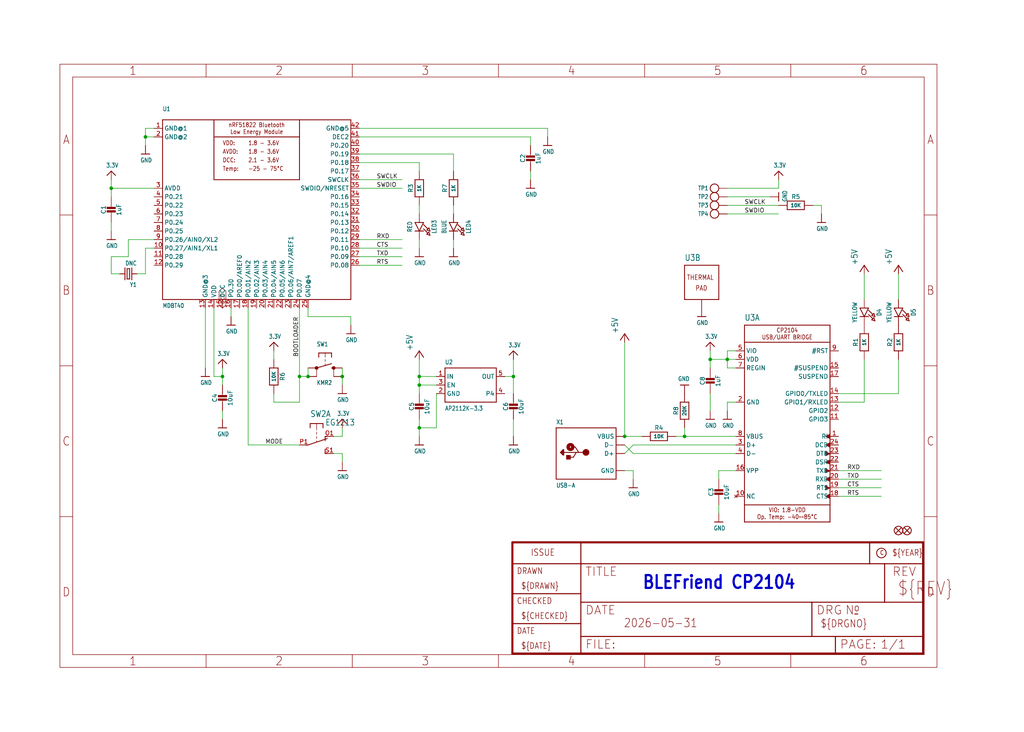
<source format=kicad_sch>
(kicad_sch (version 20230121) (generator eeschema)
  (paper "User" 303.962 217.322)
  (lib_symbols
    (symbol "working-eagle-import:+5V" (power)
      (property "Value" "+5V" (at -2.54 -5.08 90))
      (symbol "+5V_1_0"
        (pin power_in line (at 0 -2.54 90) (length 2.54) (name "+5V") (number "1"))
      )
    )
    (symbol "working-eagle-import:3.3V" (power)
      (property "Value" "3.3V" (at -1.524 1.016 0))
      (symbol "3.3V_1_0"
        (pin power_in line (at 0 -2.54 90) (length 2.54) (name "3.3V") (number "1"))
      )
    )
    (symbol "working-eagle-import:CAP_CERAMIC0603_NO"
      (property "Reference" "C" (at -2.29 1.25 90))
      (symbol "CAP_CERAMIC0603_NO_1_0"
        (pin passive line (at 0 5.08 270) (length 2.54) (name "1") (number "1"))
        (pin passive line (at 0 -2.54 90) (length 2.54) (name "2") (number "2"))
      )
    )
    (symbol "working-eagle-import:CAP_CERAMIC0805-NOOUTLINE"
      (property "Reference" "C" (at -2.29 1.25 90))
      (symbol "CAP_CERAMIC0805-NOOUTLINE_1_0"
        (pin passive line (at 0 5.08 270) (length 2.54) (name "1") (number "1"))
        (pin passive line (at 0 -2.54 90) (length 2.54) (name "2") (number "2"))
      )
    )
    (symbol "working-eagle-import:CP2104"
      (property "Reference" "U" (at -5.08 6.35 0))
      (symbol "CP2104_1_0"
        (text "CP2104\nUSB/UART BRIDGE" (at 0 25.4 0) (effects (font (size 1.27 1.0795))))
        (text "VIO: 1.8-VDD\nOp. Temp: -40~~85°C" (at 0 -27.94 0) (effects (font (size 1.27 1.0795))))
        (pin input line (at 15.24 -5.08 180) (length 2.54) (name "RI") (number "1"))
        (pin no_connect line (at -15.24 -22.86 0) (length 2.54) (name "NC") (number "10"))
        (pin bidirectional line (at 15.24 0 180) (length 2.54) (name "GPIO3") (number "11"))
        (pin bidirectional line (at 15.24 2.54 180) (length 2.54) (name "GPIO2") (number "12"))
        (pin bidirectional line (at 15.24 5.08 180) (length 2.54) (name "GPIO1/RXLED") (number "13"))
        (pin bidirectional line (at 15.24 7.62 180) (length 2.54) (name "GPIO0/TXLED") (number "14"))
        (pin output line (at 15.24 15.24 180) (length 2.54) (name "#SUSPEND") (number "15"))
        (pin bidirectional line (at -15.24 -15.24 0) (length 2.54) (name "VPP") (number "16"))
        (pin output line (at 15.24 12.7 180) (length 2.54) (name "SUSPEND") (number "17"))
        (pin input line (at 15.24 -22.86 180) (length 2.54) (name "CTS") (number "18"))
        (pin output line (at 15.24 -20.32 180) (length 2.54) (name "RTS") (number "19"))
        (pin power_in line (at -15.24 5.08 0) (length 2.54) (name "GND") (number "2"))
        (pin input line (at 15.24 -17.78 180) (length 2.54) (name "RXD") (number "20"))
        (pin output line (at 15.24 -15.24 180) (length 2.54) (name "TXD") (number "21"))
        (pin input line (at 15.24 -12.7 180) (length 2.54) (name "DSR") (number "22"))
        (pin output line (at 15.24 -10.16 180) (length 2.54) (name "DTR") (number "23"))
        (pin input line (at 15.24 -7.62 180) (length 2.54) (name "DCD") (number "24"))
        (pin bidirectional line (at -15.24 -7.62 0) (length 2.54) (name "D+") (number "3"))
        (pin bidirectional line (at -15.24 -10.16 0) (length 2.54) (name "D-") (number "4"))
        (pin power_in line (at -15.24 20.32 0) (length 2.54) (name "VIO") (number "5"))
        (pin power_in line (at -15.24 17.78 0) (length 2.54) (name "VDD") (number "6"))
        (pin power_in line (at -15.24 15.24 0) (length 2.54) (name "REGIN") (number "7"))
        (pin power_in line (at -15.24 -5.08 0) (length 2.54) (name "VBUS") (number "8"))
        (pin bidirectional line (at 15.24 20.32 180) (length 2.54) (name "#RST") (number "9"))
      )
      (symbol "CP2104_2_0"
        (text "PAD" (at -1.905 -2.54 0) (effects (font (size 1.4224 1.209)) (justify left bottom)))
        (text "THERMAL" (at -4.445 0.635 0) (effects (font (size 1.4224 1.209)) (justify left bottom)))
        (pin power_in line (at 0 -7.62 90) (length 2.54) (name "TP") (number "THERM"))
      )
    )
    (symbol "working-eagle-import:CRYSTAL2.0X6.0_32.768"
      (property "Reference" "Y" (at -2.54 2.54 0))
      (symbol "CRYSTAL2.0X6.0_32.768_1_0"
        (pin passive line (at -2.54 0 0) (length 0) (name "1") (number "1"))
        (pin passive line (at 2.54 0 180) (length 0) (name "2") (number "2"))
      )
    )
    (symbol "working-eagle-import:DPDT-EG1390"
      (property "Reference" "SW" (at -8.255 -1.905 90))
      (symbol "DPDT-EG1390_1_0"
        (pin passive line (at -2.54 5.08 270) (length 2.54) (name "O") (number "O1"))
        (pin passive line (at 0 -5.08 90) (length 2.54) (name "P") (number "P1"))
        (pin passive line (at 2.54 5.08 270) (length 2.54) (name "S") (number "S1"))
      )
      (symbol "DPDT-EG1390_2_0"
        (pin passive line (at -2.54 5.08 270) (length 2.54) (name "O") (number "O2"))
        (pin passive line (at 0 -5.08 90) (length 2.54) (name "P") (number "P2"))
        (pin passive line (at 2.54 5.08 270) (length 2.54) (name "S") (number "S2"))
      )
    )
    (symbol "working-eagle-import:FIDUCIAL_1MM")
    (symbol "working-eagle-import:FRAME_A4"
      (symbol "FRAME_A4_1_0"
        (text "1" (at 21.6958 1.905 0) (effects (font (size 2.54 2.286))))
        (text "1" (at 21.6958 177.165 0) (effects (font (size 2.54 2.286))))
        (text "2" (at 65.0875 1.905 0) (effects (font (size 2.54 2.286))))
        (text "2" (at 65.0875 177.165 0) (effects (font (size 2.54 2.286))))
        (text "3" (at 108.4792 1.905 0) (effects (font (size 2.54 2.286))))
        (text "3" (at 108.4792 177.165 0) (effects (font (size 2.54 2.286))))
        (text "4" (at 151.8708 1.905 0) (effects (font (size 2.54 2.286))))
        (text "4" (at 151.8708 177.165 0) (effects (font (size 2.54 2.286))))
        (text "5" (at 195.2625 1.905 0) (effects (font (size 2.54 2.286))))
        (text "5" (at 195.2625 177.165 0) (effects (font (size 2.54 2.286))))
        (text "6" (at 238.6542 1.905 0) (effects (font (size 2.54 2.286))))
        (text "6" (at 238.6542 177.165 0) (effects (font (size 2.54 2.286))))
        (text "A" (at 1.905 156.6863 0) (effects (font (size 2.54 2.286))))
        (text "A" (at 258.445 156.6863 0) (effects (font (size 2.54 2.286))))
        (text "B" (at 1.905 111.9188 0) (effects (font (size 2.54 2.286))))
        (text "B" (at 258.445 111.9188 0) (effects (font (size 2.54 2.286))))
        (text "C" (at 1.905 67.1513 0) (effects (font (size 2.54 2.286))))
        (text "C" (at 258.445 67.1513 0) (effects (font (size 2.54 2.286))))
        (text "D" (at 1.905 22.3838 0) (effects (font (size 2.54 2.286))))
        (text "D" (at 258.445 22.3838 0) (effects (font (size 2.54 2.286))))
      )
      (symbol "FRAME_A4_2_0"
        (text "${#}/${##}" (at 108.9152 2.8448 0) (effects (font (size 2.54 2.54)) (justify left bottom)))
        (text "${CHECKED}" (at 2.2352 11.7348 0) (effects (font (size 1.778 1.5113)) (justify left bottom)))
        (text "${COMPANY}" (at 23.349 29.6735 0) (effects (font (size 3.175 2.6987) (thickness 0.5397) bold) (justify left bottom)))
        (text "${CURRENT_DATE}" (at 32.7152 9.1948 0) (effects (font (size 2.54 2.159)) (justify left bottom)))
        (text "${DATE}" (at 2.2352 2.8448 0) (effects (font (size 1.778 1.5113)) (justify left bottom)))
        (text "${DRAWN}" (at 2.2352 20.6248 0) (effects (font (size 1.778 1.5113)) (justify left bottom)))
        (text "${DRGNO}" (at 91.1352 9.1948 0) (effects (font (size 2.1844 1.8567)) (justify left bottom)))
        (text "${PROJECTNAME}" (at 33.0327 2.8448 0) (effects (font (size 2.54 2.159)) (justify left bottom)))
        (text "${REV}" (at 113.9952 18.7198 0) (effects (font (size 3.81 3.2385)) (justify left bottom)))
        (text "${YEAR}" (at 112.4077 30.4673 0) (effects (font (size 1.778 1.5113)) (justify left bottom)))
        (text "C" (at 108.7564 30.7848 0) (effects (font (size 1.27 1.0795)) (justify left bottom)))
        (text "CHECKED" (at 0.9652 16.1798 0) (effects (font (size 1.778 1.5113)) (justify left bottom)))
        (text "DATE" (at 0.9652 7.2898 0) (effects (font (size 1.778 1.5113)) (justify left bottom)))
        (text "DATE" (at 21.2852 13.0048 0) (effects (font (size 2.54 2.54)) (justify left bottom)))
        (text "DRAWN" (at 0.9652 25.0698 0) (effects (font (size 1.778 1.5113)) (justify left bottom)))
        (text "DRG" (at 89.8652 13.0048 0) (effects (font (size 2.54 2.54)) (justify left bottom)))
        (text "FILE:" (at 21.2852 2.8448 0) (effects (font (size 2.54 2.54)) (justify left bottom)))
        (text "ISSUE" (at 5.0927 30.4673 0) (effects (font (size 1.9304 1.6408)) (justify left bottom)))
        (text "N" (at 98.4377 13.0048 0) (effects (font (size 2.54 2.54)) (justify left bottom)))
        (text "o" (at 100.9777 13.9573 0) (effects (font (size 2.1844 1.8567)) (justify left bottom)))
        (text "PAGE:" (at 96.8502 2.8448 0) (effects (font (size 2.54 2.54)) (justify left bottom)))
        (text "REV" (at 112.4077 24.4348 0) (effects (font (size 2.54 2.54)) (justify left bottom)))
        (text "TITLE" (at 21.2852 24.4348 0) (effects (font (size 2.54 2.54)) (justify left bottom)))
      )
    )
    (symbol "working-eagle-import:GND" (power)
      (property "Value" "GND" (at -1.524 -2.54 0))
      (symbol "GND_1_0"
        (pin power_in line (at 0 2.54 270) (length 2.54) (name "GND") (number "1"))
      )
    )
    (symbol "working-eagle-import:LED0805_NOOUTLINE"
      (property "Reference" "D" (at -1.27 4.445 0))
      (symbol "LED0805_NOOUTLINE_1_0"
        (pin passive line (at -5.08 0 0) (length 2.54) (name "A") (number "A"))
        (pin passive line (at 2.54 0 180) (length 2.54) (name "C") (number "C"))
      )
    )
    (symbol "working-eagle-import:NRF51822_MODULE_MDBT40"
      (property "Reference" "U" (at -27.94 27.94 0))
      (symbol "NRF51822_MODULE_MDBT40_1_0"
        (text "-25 - 75°C" (at -2.54 10.16 0) (effects (font (size 1.27 1.0795)) (justify left bottom)))
        (text "1.8 - 3.6V" (at -2.54 15.24 0) (effects (font (size 1.27 1.0795)) (justify left bottom)))
        (text "1.8 - 3.6V" (at -2.54 17.78 0) (effects (font (size 1.27 1.0795)) (justify left bottom)))
        (text "2.1 - 3.6V" (at -2.54 12.7 0) (effects (font (size 1.27 1.0795)) (justify left bottom)))
        (text "AVDD:" (at -10.16 15.24 0) (effects (font (size 1.27 1.0795)) (justify left bottom)))
        (text "DCC:" (at -10.16 12.7 0) (effects (font (size 1.27 1.0795)) (justify left bottom)))
        (text "nRF51822 Bluetooth\nLow Energy Module" (at 0 22.86 0) (effects (font (size 1.27 1.0795))))
        (text "Temp:" (at -10.16 10.16 0) (effects (font (size 1.27 1.0795)) (justify left bottom)))
        (text "VDD:" (at -10.16 17.78 0) (effects (font (size 1.27 1.0795)) (justify left bottom)))
        (pin power_in line (at -30.48 22.86 0) (length 2.54) (name "GND@1") (number "1"))
        (pin bidirectional line (at -30.48 -12.7 0) (length 2.54) (name "P0.27/AIN1/XL1") (number "10"))
        (pin bidirectional line (at -30.48 -15.24 0) (length 2.54) (name "P0.28") (number "11"))
        (pin bidirectional line (at -30.48 -17.78 0) (length 2.54) (name "P0.29") (number "12"))
        (pin power_in line (at -15.24 -30.48 90) (length 2.54) (name "GND@3") (number "13"))
        (pin power_in line (at -12.7 -30.48 90) (length 2.54) (name "VDD") (number "14"))
        (pin power_in line (at -10.16 -30.48 90) (length 2.54) (name "DCC") (number "15"))
        (pin bidirectional line (at -7.62 -30.48 90) (length 2.54) (name "P0.30") (number "16"))
        (pin bidirectional line (at -5.08 -30.48 90) (length 2.54) (name "P0.00/AREF0") (number "17"))
        (pin bidirectional line (at -2.54 -30.48 90) (length 2.54) (name "P0.01/AIN2") (number "18"))
        (pin bidirectional line (at 0 -30.48 90) (length 2.54) (name "P0.02/AIN3") (number "19"))
        (pin power_in line (at -30.48 20.32 0) (length 2.54) (name "GND@2") (number "2"))
        (pin bidirectional line (at 2.54 -30.48 90) (length 2.54) (name "P0.03/AIN4") (number "20"))
        (pin bidirectional line (at 5.08 -30.48 90) (length 2.54) (name "P0.04/AIN5") (number "21"))
        (pin bidirectional line (at 7.62 -30.48 90) (length 2.54) (name "P0.05/AIN6") (number "22"))
        (pin bidirectional line (at 10.16 -30.48 90) (length 2.54) (name "P0.06/AIN7/AREF1") (number "23"))
        (pin bidirectional line (at 12.7 -30.48 90) (length 2.54) (name "P0.07") (number "24"))
        (pin power_in line (at 15.24 -30.48 90) (length 2.54) (name "GND@4") (number "25"))
        (pin bidirectional line (at 30.48 -17.78 180) (length 2.54) (name "P0.08") (number "26"))
        (pin bidirectional line (at 30.48 -15.24 180) (length 2.54) (name "P0.09") (number "27"))
        (pin bidirectional line (at 30.48 -12.7 180) (length 2.54) (name "P0.10") (number "28"))
        (pin bidirectional line (at 30.48 -10.16 180) (length 2.54) (name "P0.11") (number "29"))
        (pin power_in line (at -30.48 5.08 0) (length 2.54) (name "AVDD") (number "3"))
        (pin bidirectional line (at 30.48 -7.62 180) (length 2.54) (name "P0.12") (number "30"))
        (pin bidirectional line (at 30.48 -5.08 180) (length 2.54) (name "P0.13") (number "31"))
        (pin bidirectional line (at 30.48 -2.54 180) (length 2.54) (name "P0.14") (number "32"))
        (pin bidirectional line (at 30.48 0 180) (length 2.54) (name "P0.15") (number "33"))
        (pin bidirectional line (at 30.48 2.54 180) (length 2.54) (name "P0.16") (number "34"))
        (pin bidirectional line (at 30.48 5.08 180) (length 2.54) (name "SWDIO/NRESET") (number "35"))
        (pin bidirectional line (at 30.48 7.62 180) (length 2.54) (name "SWCLK") (number "36"))
        (pin bidirectional line (at 30.48 10.16 180) (length 2.54) (name "P0.17") (number "37"))
        (pin bidirectional line (at 30.48 12.7 180) (length 2.54) (name "P0.18") (number "38"))
        (pin bidirectional line (at 30.48 15.24 180) (length 2.54) (name "P0.19") (number "39"))
        (pin bidirectional line (at -30.48 2.54 0) (length 2.54) (name "P0.21") (number "4"))
        (pin bidirectional line (at 30.48 17.78 180) (length 2.54) (name "P0.20") (number "40"))
        (pin power_in line (at 30.48 20.32 180) (length 2.54) (name "DEC2") (number "41"))
        (pin power_in line (at 30.48 22.86 180) (length 2.54) (name "GND@5") (number "42"))
        (pin bidirectional line (at -30.48 0 0) (length 2.54) (name "P0.22") (number "5"))
        (pin bidirectional line (at -30.48 -2.54 0) (length 2.54) (name "P0.23") (number "6"))
        (pin bidirectional line (at -30.48 -5.08 0) (length 2.54) (name "P0.24") (number "7"))
        (pin bidirectional line (at -30.48 -7.62 0) (length 2.54) (name "P0.25") (number "8"))
        (pin bidirectional line (at -30.48 -10.16 0) (length 2.54) (name "P0.26/AIN0/XL2") (number "9"))
      )
    )
    (symbol "working-eagle-import:RESISTOR_0603_NOOUT"
      (property "Reference" "R" (at 0 2.54 0))
      (symbol "RESISTOR_0603_NOOUT_1_0"
        (pin passive line (at -5.08 0 0) (length 2.54) (name "1") (number "1"))
        (pin passive line (at 5.08 0 180) (length 2.54) (name "2") (number "2"))
      )
    )
    (symbol "working-eagle-import:SWITCH_TACT_SMT4.6X2.8"
      (property "Reference" "SW" (at -2.54 6.35 0))
      (symbol "SWITCH_TACT_SMT4.6X2.8_1_0"
        (pin passive line (at -5.08 0 0) (length 2.54) (name "P") (number "A"))
        (pin passive line (at -5.08 -2.54 0) (length 2.54) (name "P1") (number "A'"))
        (pin passive line (at 5.08 0 180) (length 2.54) (name "S") (number "B"))
        (pin passive line (at 5.08 -2.54 180) (length 2.54) (name "S1") (number "B'"))
      )
    )
    (symbol "working-eagle-import:TESTPOINTROUND2MM"
      (property "Reference" "TP" (at 0 5.588 90))
      (symbol "TESTPOINTROUND2MM_1_0"
        (pin bidirectional line (at 0 0 90) (length 2.54) (name "P$1") (number "P$1"))
      )
    )
    (symbol "working-eagle-import:USB_TYPEA_CLIENTTHM"
      (property "Reference" "X" (at -10.16 8.636 0))
      (symbol "USB_TYPEA_CLIENTTHM_1_0"
        (pin bidirectional line (at 10.16 0 180) (length 2.54) (name "D+") (number "D+"))
        (pin bidirectional line (at 10.16 2.54 180) (length 2.54) (name "D-") (number "D-"))
        (pin power_in line (at 10.16 -5.08 180) (length 2.54) (name "GND") (number "GND"))
        (pin power_in line (at 10.16 5.08 180) (length 2.54) (name "VBUS") (number "VBUS"))
      )
    )
    (symbol "working-eagle-import:VREG_SOT23-5"
      (property "Reference" "U" (at -7.62 6.096 0))
      (symbol "VREG_SOT23-5_1_0"
        (pin power_in line (at -10.16 2.54 0) (length 2.54) (name "IN") (number "1"))
        (pin power_in line (at -10.16 -2.54 0) (length 2.54) (name "GND") (number "2"))
        (pin input line (at -10.16 0 0) (length 2.54) (name "EN") (number "3"))
        (pin bidirectional line (at 10.16 -2.54 180) (length 2.54) (name "P4") (number "4"))
        (pin power_in line (at 10.16 2.54 180) (length 2.54) (name "OUT") (number "5"))
      )
    )
  )
  (junction (at 66.04 111.76))
  (junction (at 88.9 111.76))
  (junction (at 91.44 111.76))
  (junction (at 215.9 106.68))
  (junction (at 152.4 111.76))
  (junction (at 203.2 129.54))
  (junction (at 124.46 127))
  (junction (at 210.82 106.68))
  (junction (at 43.18 40.64))
  (junction (at 101.6 111.76))
  (junction (at 124.46 111.76))
  (junction (at 185.42 129.54))
  (junction (at 124.46 114.3))
  (junction (at 33.02 55.88))
  (wire (pts (xy 88.9 91.44) (xy 88.9 111.76)) (stroke (width 0.1524)))
  (wire (pts (xy 215.9 63.5) (xy 231.14 63.5)) (stroke (width 0.1524)))
  (wire (pts (xy 152.4 124.46) (xy 152.4 129.54)) (stroke (width 0.1524)))
  (wire (pts (xy 63.5 111.76) (xy 66.04 111.76)) (stroke (width 0.1524)))
  (wire (pts (xy 45.72 40.64) (xy 43.18 40.64)) (stroke (width 0.1524)))
  (wire (pts (xy 60.96 91.44) (xy 60.96 109.22)) (stroke (width 0.1524)))
  (wire (pts (xy 101.6 134.62) (xy 101.6 137.16)) (stroke (width 0.1524)))
  (wire (pts (xy 215.9 55.88) (xy 231.14 55.88)) (stroke (width 0.1524)))
  (wire (pts (xy 124.46 60.96) (xy 124.46 63.5)) (stroke (width 0.1524)))
  (wire (pts (xy 218.44 139.7) (xy 213.36 139.7)) (stroke (width 0.1524)))
  (wire (pts (xy 261.62 142.24) (xy 248.92 142.24)) (stroke (width 0.1524)))
  (wire (pts (xy 157.48 50.8) (xy 157.48 53.34)) (stroke (width 0.1524)))
  (wire (pts (xy 33.02 55.88) (xy 33.02 53.34)) (stroke (width 0.1524)))
  (wire (pts (xy 106.68 73.66) (xy 119.38 73.66)) (stroke (width 0.1524)))
  (wire (pts (xy 106.68 78.74) (xy 119.38 78.74)) (stroke (width 0.1524)))
  (wire (pts (xy 66.04 111.76) (xy 66.04 114.3)) (stroke (width 0.1524)))
  (wire (pts (xy 91.44 93.98) (xy 104.14 93.98)) (stroke (width 0.1524)))
  (wire (pts (xy 248.92 147.32) (xy 261.62 147.32)) (stroke (width 0.1524)))
  (wire (pts (xy 256.54 106.68) (xy 256.54 119.38)) (stroke (width 0.1524)))
  (wire (pts (xy 43.18 73.66) (xy 43.18 81.28)) (stroke (width 0.1524)))
  (wire (pts (xy 45.72 38.1) (xy 43.18 38.1)) (stroke (width 0.1524)))
  (wire (pts (xy 162.56 38.1) (xy 162.56 40.64)) (stroke (width 0.1524)))
  (wire (pts (xy 73.66 132.08) (xy 88.9 132.08)) (stroke (width 0.1524)))
  (wire (pts (xy 45.72 71.12) (xy 38.1 71.12)) (stroke (width 0.1524)))
  (wire (pts (xy 241.3 60.96) (xy 243.84 60.96)) (stroke (width 0.1524)))
  (wire (pts (xy 129.54 116.84) (xy 129.54 127)) (stroke (width 0.1524)))
  (wire (pts (xy 157.48 40.64) (xy 157.48 43.18)) (stroke (width 0.1524)))
  (wire (pts (xy 101.6 111.76) (xy 101.6 114.3)) (stroke (width 0.1524)))
  (wire (pts (xy 43.18 38.1) (xy 43.18 40.64)) (stroke (width 0.1524)))
  (wire (pts (xy 101.6 129.54) (xy 101.6 127)) (stroke (width 0.1524)))
  (wire (pts (xy 88.9 111.76) (xy 88.9 119.38)) (stroke (width 0.1524)))
  (wire (pts (xy 106.68 53.34) (xy 119.38 53.34)) (stroke (width 0.1524)))
  (wire (pts (xy 81.28 119.38) (xy 81.28 116.84)) (stroke (width 0.1524)))
  (wire (pts (xy 104.14 93.98) (xy 104.14 96.52)) (stroke (width 0.1524)))
  (wire (pts (xy 203.2 129.54) (xy 218.44 129.54)) (stroke (width 0.1524)))
  (wire (pts (xy 185.42 129.54) (xy 185.42 101.6)) (stroke (width 0.1524)))
  (wire (pts (xy 129.54 127) (xy 124.46 127)) (stroke (width 0.1524)))
  (wire (pts (xy 91.44 111.76) (xy 88.9 111.76)) (stroke (width 0.1524)))
  (wire (pts (xy 215.9 104.14) (xy 215.9 106.68)) (stroke (width 0.1524)))
  (wire (pts (xy 81.28 106.68) (xy 81.28 104.14)) (stroke (width 0.1524)))
  (wire (pts (xy 218.44 119.38) (xy 215.9 119.38)) (stroke (width 0.1524)))
  (wire (pts (xy 215.9 58.42) (xy 228.6 58.42)) (stroke (width 0.1524)))
  (wire (pts (xy 124.46 114.3) (xy 124.46 116.84)) (stroke (width 0.1524)))
  (wire (pts (xy 248.92 144.78) (xy 261.62 144.78)) (stroke (width 0.1524)))
  (wire (pts (xy 215.9 119.38) (xy 215.9 121.92)) (stroke (width 0.1524)))
  (wire (pts (xy 213.36 139.7) (xy 213.36 142.24)) (stroke (width 0.1524)))
  (wire (pts (xy 124.46 111.76) (xy 124.46 106.68)) (stroke (width 0.1524)))
  (wire (pts (xy 134.62 60.96) (xy 134.62 63.5)) (stroke (width 0.1524)))
  (wire (pts (xy 33.02 81.28) (xy 35.56 81.28)) (stroke (width 0.1524)))
  (wire (pts (xy 266.7 88.9) (xy 266.7 81.28)) (stroke (width 0.1524)))
  (wire (pts (xy 185.42 129.54) (xy 190.5 129.54)) (stroke (width 0.1524)))
  (wire (pts (xy 99.06 129.54) (xy 101.6 129.54)) (stroke (width 0.1524)))
  (wire (pts (xy 187.96 134.62) (xy 185.42 132.08)) (stroke (width 0.1524)))
  (wire (pts (xy 45.72 73.66) (xy 43.18 73.66)) (stroke (width 0.1524)))
  (wire (pts (xy 218.44 104.14) (xy 215.9 104.14)) (stroke (width 0.1524)))
  (wire (pts (xy 43.18 40.64) (xy 43.18 43.18)) (stroke (width 0.1524)))
  (wire (pts (xy 218.44 134.62) (xy 187.96 134.62)) (stroke (width 0.1524)))
  (wire (pts (xy 256.54 81.28) (xy 256.54 88.9)) (stroke (width 0.1524)))
  (wire (pts (xy 248.92 116.84) (xy 266.7 116.84)) (stroke (width 0.1524)))
  (wire (pts (xy 106.68 38.1) (xy 162.56 38.1)) (stroke (width 0.1524)))
  (wire (pts (xy 213.36 149.86) (xy 213.36 152.4)) (stroke (width 0.1524)))
  (wire (pts (xy 106.68 71.12) (xy 119.38 71.12)) (stroke (width 0.1524)))
  (wire (pts (xy 129.54 114.3) (xy 124.46 114.3)) (stroke (width 0.1524)))
  (wire (pts (xy 43.18 81.28) (xy 40.64 81.28)) (stroke (width 0.1524)))
  (wire (pts (xy 215.9 109.22) (xy 215.9 106.68)) (stroke (width 0.1524)))
  (wire (pts (xy 124.46 114.3) (xy 124.46 111.76)) (stroke (width 0.1524)))
  (wire (pts (xy 134.62 71.12) (xy 134.62 73.66)) (stroke (width 0.1524)))
  (wire (pts (xy 266.7 116.84) (xy 266.7 106.68)) (stroke (width 0.1524)))
  (wire (pts (xy 210.82 116.84) (xy 210.82 121.92)) (stroke (width 0.1524)))
  (wire (pts (xy 210.82 106.68) (xy 210.82 104.14)) (stroke (width 0.1524)))
  (wire (pts (xy 99.06 134.62) (xy 101.6 134.62)) (stroke (width 0.1524)))
  (wire (pts (xy 106.68 76.2) (xy 119.38 76.2)) (stroke (width 0.1524)))
  (wire (pts (xy 134.62 45.72) (xy 134.62 50.8)) (stroke (width 0.1524)))
  (wire (pts (xy 124.46 127) (xy 124.46 129.54)) (stroke (width 0.1524)))
  (wire (pts (xy 200.66 129.54) (xy 203.2 129.54)) (stroke (width 0.1524)))
  (wire (pts (xy 106.68 45.72) (xy 134.62 45.72)) (stroke (width 0.1524)))
  (wire (pts (xy 66.04 121.92) (xy 66.04 124.46)) (stroke (width 0.1524)))
  (wire (pts (xy 66.04 111.76) (xy 66.04 109.22)) (stroke (width 0.1524)))
  (wire (pts (xy 106.68 48.26) (xy 124.46 48.26)) (stroke (width 0.1524)))
  (wire (pts (xy 129.54 111.76) (xy 124.46 111.76)) (stroke (width 0.1524)))
  (wire (pts (xy 33.02 55.88) (xy 33.02 58.42)) (stroke (width 0.1524)))
  (wire (pts (xy 218.44 109.22) (xy 215.9 109.22)) (stroke (width 0.1524)))
  (wire (pts (xy 91.44 91.44) (xy 91.44 93.98)) (stroke (width 0.1524)))
  (wire (pts (xy 63.5 91.44) (xy 63.5 111.76)) (stroke (width 0.1524)))
  (wire (pts (xy 187.96 139.7) (xy 187.96 142.24)) (stroke (width 0.1524)))
  (wire (pts (xy 106.68 55.88) (xy 119.38 55.88)) (stroke (width 0.1524)))
  (wire (pts (xy 231.14 55.88) (xy 231.14 53.34)) (stroke (width 0.1524)))
  (wire (pts (xy 210.82 106.68) (xy 210.82 109.22)) (stroke (width 0.1524)))
  (wire (pts (xy 215.9 60.96) (xy 231.14 60.96)) (stroke (width 0.1524)))
  (wire (pts (xy 68.58 91.44) (xy 68.58 93.98)) (stroke (width 0.1524)))
  (wire (pts (xy 243.84 60.96) (xy 243.84 63.5)) (stroke (width 0.1524)))
  (wire (pts (xy 45.72 55.88) (xy 33.02 55.88)) (stroke (width 0.1524)))
  (wire (pts (xy 185.42 139.7) (xy 187.96 139.7)) (stroke (width 0.1524)))
  (wire (pts (xy 124.46 124.46) (xy 124.46 127)) (stroke (width 0.1524)))
  (wire (pts (xy 248.92 139.7) (xy 261.62 139.7)) (stroke (width 0.1524)))
  (wire (pts (xy 185.42 134.62) (xy 187.96 132.08)) (stroke (width 0.1524)))
  (wire (pts (xy 203.2 127) (xy 203.2 129.54)) (stroke (width 0.1524)))
  (wire (pts (xy 38.1 76.2) (xy 33.02 76.2)) (stroke (width 0.1524)))
  (wire (pts (xy 38.1 71.12) (xy 38.1 76.2)) (stroke (width 0.1524)))
  (wire (pts (xy 73.66 91.44) (xy 73.66 132.08)) (stroke (width 0.1524)))
  (wire (pts (xy 152.4 111.76) (xy 152.4 116.84)) (stroke (width 0.1524)))
  (wire (pts (xy 33.02 76.2) (xy 33.02 81.28)) (stroke (width 0.1524)))
  (wire (pts (xy 101.6 109.22) (xy 101.6 111.76)) (stroke (width 0.1524)))
  (wire (pts (xy 215.9 106.68) (xy 210.82 106.68)) (stroke (width 0.1524)))
  (wire (pts (xy 152.4 111.76) (xy 152.4 106.68)) (stroke (width 0.1524)))
  (wire (pts (xy 187.96 132.08) (xy 218.44 132.08)) (stroke (width 0.1524)))
  (wire (pts (xy 248.92 119.38) (xy 256.54 119.38)) (stroke (width 0.1524)))
  (wire (pts (xy 106.68 40.64) (xy 157.48 40.64)) (stroke (width 0.1524)))
  (wire (pts (xy 124.46 71.12) (xy 124.46 73.66)) (stroke (width 0.1524)))
  (wire (pts (xy 33.02 66.04) (xy 33.02 68.58)) (stroke (width 0.1524)))
  (wire (pts (xy 124.46 48.26) (xy 124.46 50.8)) (stroke (width 0.1524)))
  (wire (pts (xy 91.44 109.22) (xy 91.44 111.76)) (stroke (width 0.1524)))
  (wire (pts (xy 218.44 106.68) (xy 215.9 106.68)) (stroke (width 0.1524)))
  (wire (pts (xy 149.86 111.76) (xy 152.4 111.76)) (stroke (width 0.1524)))
  (wire (pts (xy 88.9 119.38) (xy 81.28 119.38)) (stroke (width 0.1524)))
  (text "BLEFriend CP2104" (at 190.5 175.26 0) (effects (font (size 3.81 3.2385) (thickness 0.6477) bold) (justify left bottom)))
  (label "RXD" (at 111.76 71.12 0) (effects (font (size 1.2446 1.2446))))
  (label "SWCLK" (at 111.76 53.34 0) (effects (font (size 1.2446 1.2446))))
  (label "RTS" (at 111.76 78.74 0) (effects (font (size 1.2446 1.2446))))
  (label "SWCLK" (at 220.98 60.96 0) (effects (font (size 1.2446 1.2446))))
  (label "TXD" (at 111.76 76.2 0) (effects (font (size 1.2446 1.2446))))
  (label "CTS" (at 251.46 144.78 0) (effects (font (size 1.2446 1.2446))))
  (label "SWDIO" (at 111.76 55.88 0) (effects (font (size 1.2446 1.2446))))
  (label "RXD" (at 251.46 139.7 0) (effects (font (size 1.2446 1.2446))))
  (label "MODE" (at 78.74 132.08 0) (effects (font (size 1.2446 1.2446))))
  (label "SWDIO" (at 220.98 63.5 0) (effects (font (size 1.2446 1.2446))))
  (label "BOOTLOADER" (at 88.9 93.98 270) (effects (font (size 1.2446 1.2446))))
  (label "CTS" (at 111.76 73.66 0) (effects (font (size 1.2446 1.2446))))
  (label "TXD" (at 251.46 142.24 0) (effects (font (size 1.2446 1.2446))))
  (label "RTS" (at 251.46 147.32 0) (effects (font (size 1.2446 1.2446))))
  (global_label "DCC" (shape bidirectional) (at 66.04 91.44 90) (effects (font (size 1.016 1.016))) (property "Intersheetrefs" "${INTERSHEET_REFS}" (effects hide)))
  (symbol (lib_id "working-eagle-import:3.3V") (at 210.82 101.6 0) (unit 1)
    (property "Reference" "#U$21" (effects hide))
    (property "Value" "3.3V" (at 209.296 100.584 0) (effects (font (size 1.27 1.0795)) (justify left bottom)))
  )
  (symbol (lib_id "working-eagle-import:RESISTOR_0603_NOOUT") (at 134.62 55.88 90) (unit 1)
    (property "Reference" "R7" (at 132.08 55.88 0))
    (property "Value" "1K" (at 134.62 55.88 0) (effects (font (size 1.016 1.016) bold)))
    (property "Footprint" "working:0603-NO" (effects hide))
  )
  (symbol (lib_id "working-eagle-import:LED0805_NOOUTLINE") (at 256.54 93.98 270) (unit 1)
    (property "Reference" "D4" (at 260.985 92.71 0) (effects (font (size 1.27 1.0795))))
    (property "Value" "YELLOW" (at 253.746 92.71 0) (effects (font (size 1.27 1.0795))))
    (property "Footprint" "working:CHIPLED_0805_NOOUTLINE" (effects hide))
  )
  (symbol (lib_id "working-eagle-import:CAP_CERAMIC0805-NOOUTLINE") (at 66.04 119.38 0) (unit 1)
    (property "Reference" "C4" (at 63.75 118.13 90))
    (property "Value" "10uF" (at 68.34 118.13 90))
    (property "Footprint" "working:0805-NO" (effects hide))
  )
  (symbol (lib_id "working-eagle-import:3.3V") (at 152.4 104.14 0) (unit 1)
    (property "Reference" "#U$24" (effects hide))
    (property "Value" "3.3V" (at 150.876 103.124 0) (effects (font (size 1.27 1.0795)) (justify left bottom)))
  )
  (symbol (lib_id "working-eagle-import:GND") (at 162.56 43.18 0) (unit 1)
    (property "Reference" "#U$8" (effects hide))
    (property "Value" "GND" (at 161.036 45.72 0) (effects (font (size 1.27 1.0795)) (justify left bottom)))
  )
  (symbol (lib_id "working-eagle-import:NRF51822_MODULE_MDBT40") (at 76.2 60.96 0) (unit 1)
    (property "Reference" "U1" (at 48.26 33.02 0) (effects (font (size 1.27 1.0795)) (justify left bottom)))
    (property "Value" "MDBT40" (at 48.26 91.44 0) (effects (font (size 1.27 1.0795)) (justify left bottom)))
    (property "Footprint" "working:BLE_MODULE_RAYTAC_MDBT40" (effects hide))
  )
  (symbol (lib_id "working-eagle-import:3.3V") (at 66.04 106.68 0) (unit 1)
    (property "Reference" "#U$4" (effects hide))
    (property "Value" "3.3V" (at 64.516 105.664 0) (effects (font (size 1.27 1.0795)) (justify left bottom)))
  )
  (symbol (lib_id "working-eagle-import:3.3V") (at 231.14 50.8 0) (unit 1)
    (property "Reference" "#U$20" (effects hide))
    (property "Value" "3.3V" (at 229.616 49.784 0) (effects (font (size 1.27 1.0795)) (justify left bottom)))
  )
  (symbol (lib_id "working-eagle-import:LED0805_NOOUTLINE") (at 266.7 93.98 270) (unit 1)
    (property "Reference" "D5" (at 271.145 92.71 0) (effects (font (size 1.27 1.0795))))
    (property "Value" "YELLOW" (at 263.906 92.71 0) (effects (font (size 1.27 1.0795))))
    (property "Footprint" "working:CHIPLED_0805_NOOUTLINE" (effects hide))
  )
  (symbol (lib_id "working-eagle-import:RESISTOR_0603_NOOUT") (at 266.7 101.6 90) (unit 1)
    (property "Reference" "R2" (at 264.16 101.6 0))
    (property "Value" "1K" (at 266.7 101.6 0) (effects (font (size 1.016 1.016) bold)))
    (property "Footprint" "working:0603-NO" (effects hide))
  )
  (symbol (lib_id "working-eagle-import:GND") (at 213.36 154.94 0) (unit 1)
    (property "Reference" "#U$13" (effects hide))
    (property "Value" "GND" (at 211.836 157.48 0) (effects (font (size 1.27 1.0795)) (justify left bottom)))
  )
  (symbol (lib_id "working-eagle-import:RESISTOR_0603_NOOUT") (at 195.58 129.54 0) (unit 1)
    (property "Reference" "R4" (at 195.58 127 0))
    (property "Value" "10K" (at 195.58 129.54 0) (effects (font (size 1.016 1.016) bold)))
    (property "Footprint" "working:0603-NO" (effects hide))
  )
  (symbol (lib_id "working-eagle-import:FRAME_A4") (at 17.78 198.12 0) (unit 1)
    (property "Reference" "#FRAME1" (effects hide))
    (property "Value" "FRAME_A4" (effects hide))
  )
  (symbol (lib_id "working-eagle-import:CAP_CERAMIC0603_NO") (at 33.02 63.5 0) (unit 1)
    (property "Reference" "C1" (at 30.73 62.25 90))
    (property "Value" "1uF" (at 35.32 62.25 90))
    (property "Footprint" "working:0603-NO" (effects hide))
  )
  (symbol (lib_id "working-eagle-import:GND") (at 60.96 111.76 0) (unit 1)
    (property "Reference" "#U$5" (effects hide))
    (property "Value" "GND" (at 59.436 114.3 0) (effects (font (size 1.27 1.0795)) (justify left bottom)))
  )
  (symbol (lib_id "working-eagle-import:RESISTOR_0603_NOOUT") (at 81.28 111.76 270) (unit 1)
    (property "Reference" "R6" (at 83.82 111.76 0))
    (property "Value" "10K" (at 81.28 111.76 0) (effects (font (size 1.016 1.016) bold)))
    (property "Footprint" "working:0603-NO" (effects hide))
  )
  (symbol (lib_id "working-eagle-import:CAP_CERAMIC0805-NOOUTLINE") (at 124.46 121.92 0) (unit 1)
    (property "Reference" "C5" (at 122.17 120.67 90))
    (property "Value" "10uF" (at 126.76 120.67 90))
    (property "Footprint" "working:0805-NO" (effects hide))
  )
  (symbol (lib_id "working-eagle-import:GND") (at 243.84 66.04 0) (unit 1)
    (property "Reference" "#U$10" (effects hide))
    (property "Value" "GND" (at 242.316 68.58 0) (effects (font (size 1.27 1.0795)) (justify left bottom)))
  )
  (symbol (lib_id "working-eagle-import:GND") (at 124.46 132.08 0) (unit 1)
    (property "Reference" "#U$17" (effects hide))
    (property "Value" "GND" (at 122.936 134.62 0) (effects (font (size 1.27 1.0795)) (justify left bottom)))
  )
  (symbol (lib_id "working-eagle-import:VREG_SOT23-5") (at 139.7 114.3 0) (unit 1)
    (property "Reference" "U2" (at 132.08 108.204 0) (effects (font (size 1.27 1.0795)) (justify left bottom)))
    (property "Value" "AP2112K-3.3" (at 132.08 121.92 0) (effects (font (size 1.27 1.0795)) (justify left bottom)))
    (property "Footprint" "working:SOT23-5" (effects hide))
  )
  (symbol (lib_id "working-eagle-import:GND") (at 152.4 132.08 0) (unit 1)
    (property "Reference" "#U$27" (effects hide))
    (property "Value" "GND" (at 150.876 134.62 0) (effects (font (size 1.27 1.0795)) (justify left bottom)))
  )
  (symbol (lib_id "working-eagle-import:CP2104") (at 208.28 83.82 0) (unit 2)
    (property "Reference" "U3" (at 203.2 77.47 0) (effects (font (size 1.778 1.5113)) (justify left bottom)))
    (property "Value" "CP210x" (effects hide))
    (property "Footprint" "working:QFN24_4MM_SMSC" (effects hide))
  )
  (symbol (lib_id "working-eagle-import:GND") (at 101.6 116.84 0) (unit 1)
    (property "Reference" "#U$25" (effects hide))
    (property "Value" "GND" (at 100.076 119.38 0) (effects (font (size 1.27 1.0795)) (justify left bottom)))
  )
  (symbol (lib_id "working-eagle-import:FIDUCIAL_1MM") (at 266.7 157.48 0) (unit 1)
    (property "Reference" "FID2" (effects hide))
    (property "Value" "FIDUCIAL_1MM" (effects hide))
    (property "Footprint" "working:FIDUCIAL_1MM" (effects hide))
  )
  (symbol (lib_id "working-eagle-import:GND") (at 187.96 144.78 0) (unit 1)
    (property "Reference" "#U$3" (effects hide))
    (property "Value" "GND" (at 186.436 147.32 0) (effects (font (size 1.27 1.0795)) (justify left bottom)))
  )
  (symbol (lib_id "working-eagle-import:CAP_CERAMIC0805-NOOUTLINE") (at 152.4 121.92 0) (unit 1)
    (property "Reference" "C6" (at 150.11 120.67 90))
    (property "Value" "10uF" (at 154.7 120.67 90))
    (property "Footprint" "working:0805-NO" (effects hide))
  )
  (symbol (lib_id "working-eagle-import:CAP_CERAMIC0603_NO") (at 157.48 48.26 0) (unit 1)
    (property "Reference" "C2" (at 155.19 47.01 90))
    (property "Value" "1uF" (at 159.78 47.01 90))
    (property "Footprint" "working:0603-NO" (effects hide))
  )
  (symbol (lib_id "working-eagle-import:3.3V") (at 101.6 124.46 0) (unit 1)
    (property "Reference" "#U$23" (effects hide))
    (property "Value" "3.3V" (at 100.076 123.444 0) (effects (font (size 1.27 1.0795)) (justify left bottom)))
  )
  (symbol (lib_id "working-eagle-import:GND") (at 157.48 55.88 0) (unit 1)
    (property "Reference" "#U$9" (effects hide))
    (property "Value" "GND" (at 155.956 58.42 0) (effects (font (size 1.27 1.0795)) (justify left bottom)))
  )
  (symbol (lib_id "working-eagle-import:GND") (at 124.46 76.2 0) (unit 1)
    (property "Reference" "#U$12" (effects hide))
    (property "Value" "GND" (at 122.936 78.74 0) (effects (font (size 1.27 1.0795)) (justify left bottom)))
  )
  (symbol (lib_id "working-eagle-import:GND") (at 203.2 114.3 180) (unit 1)
    (property "Reference" "#U$32" (effects hide))
    (property "Value" "GND" (at 204.724 111.76 0) (effects (font (size 1.27 1.0795)) (justify left bottom)))
  )
  (symbol (lib_id "working-eagle-import:+5V") (at 266.7 78.74 0) (unit 1)
    (property "Reference" "#P+8" (effects hide))
    (property "Value" "+5V" (at 264.795 78.74 90) (effects (font (size 1.778 1.5113)) (justify left bottom)))
  )
  (symbol (lib_id "working-eagle-import:GND") (at 66.04 127 0) (unit 1)
    (property "Reference" "#U$19" (effects hide))
    (property "Value" "GND" (at 64.516 129.54 0) (effects (font (size 1.27 1.0795)) (justify left bottom)))
  )
  (symbol (lib_id "working-eagle-import:GND") (at 104.14 99.06 0) (unit 1)
    (property "Reference" "#U$7" (effects hide))
    (property "Value" "GND" (at 102.616 101.6 0) (effects (font (size 1.27 1.0795)) (justify left bottom)))
  )
  (symbol (lib_id "working-eagle-import:3.3V") (at 81.28 101.6 0) (unit 1)
    (property "Reference" "#U$26" (effects hide))
    (property "Value" "3.3V" (at 79.756 100.584 0) (effects (font (size 1.27 1.0795)) (justify left bottom)))
  )
  (symbol (lib_id "working-eagle-import:TESTPOINTROUND2MM") (at 215.9 55.88 90) (unit 1)
    (property "Reference" "TP1" (at 210.312 55.88 90) (effects (font (size 1.27 1.0795)) (justify left)))
    (property "Value" "TESTPOINTROUND2MM" (effects hide))
    (property "Footprint" "working:TESTPOINT_ROUND_2MM" (effects hide))
  )
  (symbol (lib_id "working-eagle-import:GND") (at 101.6 139.7 0) (unit 1)
    (property "Reference" "#U$30" (effects hide))
    (property "Value" "GND" (at 100.076 142.24 0) (effects (font (size 1.27 1.0795)) (justify left bottom)))
  )
  (symbol (lib_id "working-eagle-import:SWITCH_TACT_SMT4.6X2.8") (at 96.52 109.22 0) (unit 1)
    (property "Reference" "SW1" (at 93.98 102.87 0) (effects (font (size 1.27 1.0795)) (justify left bottom)))
    (property "Value" "KMR2" (at 93.98 114.3 0) (effects (font (size 1.27 1.0795)) (justify left bottom)))
    (property "Footprint" "working:BTN_KMR2_4.6X2.8" (effects hide))
  )
  (symbol (lib_id "working-eagle-import:CAP_CERAMIC0603_NO") (at 210.82 114.3 0) (unit 1)
    (property "Reference" "C8" (at 208.53 113.05 90))
    (property "Value" "1uF" (at 213.12 113.05 90))
    (property "Footprint" "working:0603-NO" (effects hide))
  )
  (symbol (lib_id "working-eagle-import:+5V") (at 256.54 78.74 0) (unit 1)
    (property "Reference" "#P+7" (effects hide))
    (property "Value" "+5V" (at 254.635 78.74 90) (effects (font (size 1.778 1.5113)) (justify left bottom)))
  )
  (symbol (lib_id "working-eagle-import:CRYSTAL2.0X6.0_32.768") (at 38.1 81.28 180) (unit 1)
    (property "Reference" "Y1" (at 40.64 83.82 0) (effects (font (size 1.27 1.0795)) (justify left bottom)))
    (property "Value" "DNC" (at 40.64 77.47 0) (effects (font (size 1.27 1.0795)) (justify left bottom)))
    (property "Footprint" "working:CRYSTAL_CYL_2X6MM_SMT" (effects hide))
  )
  (symbol (lib_id "working-eagle-import:TESTPOINTROUND2MM") (at 215.9 60.96 90) (unit 1)
    (property "Reference" "TP3" (at 210.312 60.96 90) (effects (font (size 1.27 1.0795)) (justify left)))
    (property "Value" "TESTPOINTROUND2MM" (effects hide))
    (property "Footprint" "working:TESTPOINT_ROUND_2MM" (effects hide))
  )
  (symbol (lib_id "working-eagle-import:GND") (at 215.9 124.46 0) (unit 1)
    (property "Reference" "#U$15" (effects hide))
    (property "Value" "GND" (at 214.376 127 0) (effects (font (size 1.27 1.0795)) (justify left bottom)))
  )
  (symbol (lib_id "working-eagle-import:GND") (at 134.62 76.2 0) (unit 1)
    (property "Reference" "#U$28" (effects hide))
    (property "Value" "GND" (at 133.096 78.74 0) (effects (font (size 1.27 1.0795)) (justify left bottom)))
  )
  (symbol (lib_id "working-eagle-import:3.3V") (at 33.02 50.8 0) (unit 1)
    (property "Reference" "#U$1" (effects hide))
    (property "Value" "3.3V" (at 31.496 49.784 0) (effects (font (size 1.27 1.0795)) (justify left bottom)))
  )
  (symbol (lib_id "working-eagle-import:TESTPOINTROUND2MM") (at 215.9 58.42 90) (unit 1)
    (property "Reference" "TP2" (at 210.312 58.42 90) (effects (font (size 1.27 1.0795)) (justify left)))
    (property "Value" "TESTPOINTROUND2MM" (effects hide))
    (property "Footprint" "working:TESTPOINT_ROUND_2MM" (effects hide))
  )
  (symbol (lib_id "working-eagle-import:FRAME_A4") (at 152.4 195.58 0) (unit 2)
    (property "Reference" "#FRAME1" (effects hide))
    (property "Value" "FRAME_A4" (effects hide))
  )
  (symbol (lib_id "working-eagle-import:GND") (at 43.18 45.72 0) (unit 1)
    (property "Reference" "#U$6" (effects hide))
    (property "Value" "GND" (at 41.656 48.26 0) (effects (font (size 1.27 1.0795)) (justify left bottom)))
  )
  (symbol (lib_id "working-eagle-import:GND") (at 208.28 93.98 0) (unit 1)
    (property "Reference" "#U$18" (effects hide))
    (property "Value" "GND" (at 206.756 96.52 0) (effects (font (size 1.27 1.0795)) (justify left bottom)))
  )
  (symbol (lib_id "working-eagle-import:GND") (at 33.02 71.12 0) (unit 1)
    (property "Reference" "#U$2" (effects hide))
    (property "Value" "GND" (at 31.496 73.66 0) (effects (font (size 1.27 1.0795)) (justify left bottom)))
  )
  (symbol (lib_id "working-eagle-import:LED0805_NOOUTLINE") (at 134.62 68.58 270) (unit 1)
    (property "Reference" "LED4" (at 139.065 67.31 0) (effects (font (size 1.27 1.0795))))
    (property "Value" "BLUE" (at 131.826 67.31 0) (effects (font (size 1.27 1.0795))))
    (property "Footprint" "working:CHIPLED_0805_NOOUTLINE" (effects hide))
  )
  (symbol (lib_id "working-eagle-import:RESISTOR_0603_NOOUT") (at 236.22 60.96 0) (unit 1)
    (property "Reference" "R5" (at 236.22 58.42 0))
    (property "Value" "10K" (at 236.22 60.96 0) (effects (font (size 1.016 1.016) bold)))
    (property "Footprint" "working:0603-NO" (effects hide))
  )
  (symbol (lib_id "working-eagle-import:CAP_CERAMIC0805-NOOUTLINE") (at 213.36 147.32 0) (unit 1)
    (property "Reference" "C3" (at 211.07 146.07 90))
    (property "Value" "10uF" (at 215.66 146.07 90))
    (property "Footprint" "working:0805-NO" (effects hide))
  )
  (symbol (lib_id "working-eagle-import:GND") (at 68.58 96.52 0) (unit 1)
    (property "Reference" "#U$29" (effects hide))
    (property "Value" "GND" (at 67.056 99.06 0) (effects (font (size 1.27 1.0795)) (justify left bottom)))
  )
  (symbol (lib_id "working-eagle-import:DPDT-EG1390") (at 93.98 132.08 270) (unit 1)
    (property "Reference" "SW2" (at 92.075 123.825 90) (effects (font (size 1.778 1.5113)) (justify left bottom)))
    (property "Value" "EG1213" (at 96.52 126.365 90) (effects (font (size 1.778 1.5113)) (justify left bottom)))
    (property "Footprint" "working:EG1390" (effects hide))
  )
  (symbol (lib_id "working-eagle-import:GND") (at 231.14 58.42 90) (unit 1)
    (property "Reference" "#U$11" (effects hide))
    (property "Value" "GND" (at 233.68 59.944 0) (effects (font (size 1.27 1.0795)) (justify left bottom)))
  )
  (symbol (lib_id "working-eagle-import:RESISTOR_0603_NOOUT") (at 203.2 121.92 90) (unit 1)
    (property "Reference" "R8" (at 200.66 121.92 0))
    (property "Value" "20K" (at 203.2 121.92 0) (effects (font (size 1.016 1.016) bold)))
    (property "Footprint" "working:0603-NO" (effects hide))
  )
  (symbol (lib_id "working-eagle-import:CP2104") (at 233.68 124.46 0) (unit 1)
    (property "Reference" "U3" (at 220.98 95.25 0) (effects (font (size 1.778 1.5113)) (justify left bottom)))
    (property "Value" "CP210x" (effects hide))
    (property "Footprint" "working:QFN24_4MM_SMSC" (effects hide))
  )
  (symbol (lib_id "working-eagle-import:USB_TYPEA_CLIENTTHM") (at 175.26 134.62 0) (unit 1)
    (property "Reference" "X1" (at 165.1 125.984 0) (effects (font (size 1.27 1.0795)) (justify left bottom)))
    (property "Value" "USB-A" (at 165.1 144.78 0) (effects (font (size 1.27 1.0795)) (justify left bottom)))
    (property "Footprint" "working:USB_A-THM" (effects hide))
  )
  (symbol (lib_id "working-eagle-import:GND") (at 210.82 124.46 0) (unit 1)
    (property "Reference" "#U$14" (effects hide))
    (property "Value" "GND" (at 209.296 127 0) (effects (font (size 1.27 1.0795)) (justify left bottom)))
  )
  (symbol (lib_id "working-eagle-import:RESISTOR_0603_NOOUT") (at 256.54 101.6 90) (unit 1)
    (property "Reference" "R1" (at 254 101.6 0))
    (property "Value" "1K" (at 256.54 101.6 0) (effects (font (size 1.016 1.016) bold)))
    (property "Footprint" "working:0603-NO" (effects hide))
  )
  (symbol (lib_id "working-eagle-import:FIDUCIAL_1MM") (at 269.24 157.48 0) (unit 1)
    (property "Reference" "FID1" (effects hide))
    (property "Value" "FIDUCIAL_1MM" (effects hide))
    (property "Footprint" "working:FIDUCIAL_1MM" (effects hide))
  )
  (symbol (lib_id "working-eagle-import:+5V") (at 124.46 104.14 0) (unit 1)
    (property "Reference" "#P+1" (effects hide))
    (property "Value" "+5V" (at 122.555 104.14 90) (effects (font (size 1.778 1.5113)) (justify left bottom)))
  )
  (symbol (lib_id "working-eagle-import:LED0805_NOOUTLINE") (at 124.46 68.58 270) (unit 1)
    (property "Reference" "LED3" (at 128.905 67.31 0) (effects (font (size 1.27 1.0795))))
    (property "Value" "RED" (at 121.666 67.31 0) (effects (font (size 1.27 1.0795))))
    (property "Footprint" "working:CHIPLED_0805_NOOUTLINE" (effects hide))
  )
  (symbol (lib_id "working-eagle-import:RESISTOR_0603_NOOUT") (at 124.46 55.88 90) (unit 1)
    (property "Reference" "R3" (at 121.92 55.88 0))
    (property "Value" "1K" (at 124.46 55.88 0) (effects (font (size 1.016 1.016) bold)))
    (property "Footprint" "working:0603-NO" (effects hide))
  )
  (symbol (lib_id "working-eagle-import:TESTPOINTROUND2MM") (at 215.9 63.5 90) (unit 1)
    (property "Reference" "TP4" (at 210.312 63.5 90) (effects (font (size 1.27 1.0795)) (justify left)))
    (property "Value" "TESTPOINTROUND2MM" (effects hide))
    (property "Footprint" "working:TESTPOINT_ROUND_2MM" (effects hide))
  )
  (symbol (lib_id "working-eagle-import:+5V") (at 185.42 99.06 0) (unit 1)
    (property "Reference" "#P+2" (effects hide))
    (property "Value" "+5V" (at 183.515 99.06 90) (effects (font (size 1.778 1.5113)) (justify left bottom)))
  )
)
</source>
